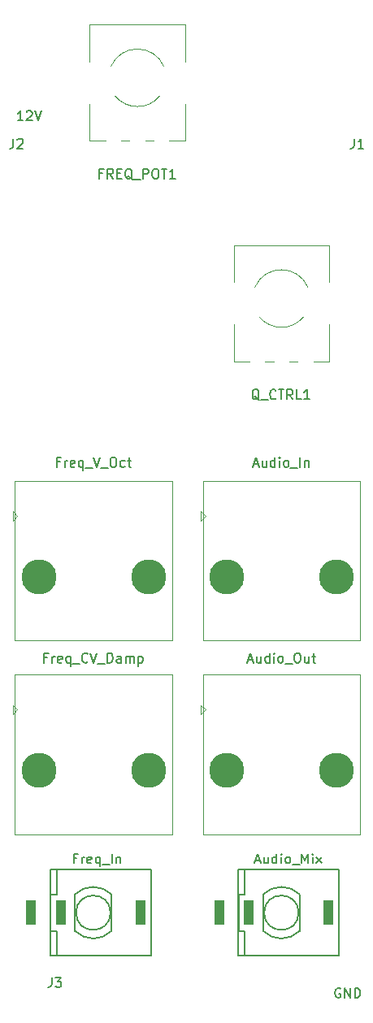
<source format=gbr>
%TF.GenerationSoftware,KiCad,Pcbnew,(6.0.11)*%
%TF.CreationDate,2023-07-06T17:32:08+01:00*%
%TF.ProjectId,Quilter_Controls,5175696c-7465-4725-9f43-6f6e74726f6c,rev?*%
%TF.SameCoordinates,Original*%
%TF.FileFunction,Legend,Top*%
%TF.FilePolarity,Positive*%
%FSLAX46Y46*%
G04 Gerber Fmt 4.6, Leading zero omitted, Abs format (unit mm)*
G04 Created by KiCad (PCBNEW (6.0.11)) date 2023-07-06 17:32:09*
%MOMM*%
%LPD*%
G01*
G04 APERTURE LIST*
%ADD10C,0.150000*%
%ADD11C,0.200000*%
%ADD12C,0.120000*%
%ADD13R,1.000000X2.500000*%
%ADD14C,3.650000*%
G04 APERTURE END LIST*
D10*
X56066666Y-147352380D02*
X56066666Y-148066666D01*
X56019047Y-148209523D01*
X55923809Y-148304761D01*
X55780952Y-148352380D01*
X55685714Y-148352380D01*
X56447619Y-147352380D02*
X57066666Y-147352380D01*
X56733333Y-147733333D01*
X56876190Y-147733333D01*
X56971428Y-147780952D01*
X57019047Y-147828571D01*
X57066666Y-147923809D01*
X57066666Y-148161904D01*
X57019047Y-148257142D01*
X56971428Y-148304761D01*
X56876190Y-148352380D01*
X56590476Y-148352380D01*
X56495238Y-148304761D01*
X56447619Y-148257142D01*
X52066666Y-59952380D02*
X52066666Y-60666666D01*
X52019047Y-60809523D01*
X51923809Y-60904761D01*
X51780952Y-60952380D01*
X51685714Y-60952380D01*
X52495238Y-60047619D02*
X52542857Y-60000000D01*
X52638095Y-59952380D01*
X52876190Y-59952380D01*
X52971428Y-60000000D01*
X53019047Y-60047619D01*
X53066666Y-60142857D01*
X53066666Y-60238095D01*
X53019047Y-60380952D01*
X52447619Y-60952380D01*
X53066666Y-60952380D01*
D11*
X86138095Y-148500000D02*
X86042857Y-148452380D01*
X85900000Y-148452380D01*
X85757142Y-148500000D01*
X85661904Y-148595238D01*
X85614285Y-148690476D01*
X85566666Y-148880952D01*
X85566666Y-149023809D01*
X85614285Y-149214285D01*
X85661904Y-149309523D01*
X85757142Y-149404761D01*
X85900000Y-149452380D01*
X85995238Y-149452380D01*
X86138095Y-149404761D01*
X86185714Y-149357142D01*
X86185714Y-149023809D01*
X85995238Y-149023809D01*
X86614285Y-149452380D02*
X86614285Y-148452380D01*
X87185714Y-149452380D01*
X87185714Y-148452380D01*
X87661904Y-149452380D02*
X87661904Y-148452380D01*
X87900000Y-148452380D01*
X88042857Y-148500000D01*
X88138095Y-148595238D01*
X88185714Y-148690476D01*
X88233333Y-148880952D01*
X88233333Y-149023809D01*
X88185714Y-149214285D01*
X88138095Y-149309523D01*
X88042857Y-149404761D01*
X87900000Y-149452380D01*
X87661904Y-149452380D01*
X53080952Y-58052380D02*
X52509523Y-58052380D01*
X52795238Y-58052380D02*
X52795238Y-57052380D01*
X52700000Y-57195238D01*
X52604761Y-57290476D01*
X52509523Y-57338095D01*
X53461904Y-57147619D02*
X53509523Y-57100000D01*
X53604761Y-57052380D01*
X53842857Y-57052380D01*
X53938095Y-57100000D01*
X53985714Y-57147619D01*
X54033333Y-57242857D01*
X54033333Y-57338095D01*
X53985714Y-57480952D01*
X53414285Y-58052380D01*
X54033333Y-58052380D01*
X54319047Y-57052380D02*
X54652380Y-58052380D01*
X54985714Y-57052380D01*
D10*
X87566666Y-59952380D02*
X87566666Y-60666666D01*
X87519047Y-60809523D01*
X87423809Y-60904761D01*
X87280952Y-60952380D01*
X87185714Y-60952380D01*
X88566666Y-60952380D02*
X87995238Y-60952380D01*
X88280952Y-60952380D02*
X88280952Y-59952380D01*
X88185714Y-60095238D01*
X88090476Y-60190476D01*
X87995238Y-60238095D01*
%TO.C,J11*%
X58680952Y-134928571D02*
X58347619Y-134928571D01*
X58347619Y-135452380D02*
X58347619Y-134452380D01*
X58823809Y-134452380D01*
X59204761Y-135452380D02*
X59204761Y-134785714D01*
X59204761Y-134976190D02*
X59252380Y-134880952D01*
X59300000Y-134833333D01*
X59395238Y-134785714D01*
X59490476Y-134785714D01*
X60204761Y-135404761D02*
X60109523Y-135452380D01*
X59919047Y-135452380D01*
X59823809Y-135404761D01*
X59776190Y-135309523D01*
X59776190Y-134928571D01*
X59823809Y-134833333D01*
X59919047Y-134785714D01*
X60109523Y-134785714D01*
X60204761Y-134833333D01*
X60252380Y-134928571D01*
X60252380Y-135023809D01*
X59776190Y-135119047D01*
X61109523Y-134785714D02*
X61109523Y-135785714D01*
X61109523Y-135404761D02*
X61014285Y-135452380D01*
X60823809Y-135452380D01*
X60728571Y-135404761D01*
X60680952Y-135357142D01*
X60633333Y-135261904D01*
X60633333Y-134976190D01*
X60680952Y-134880952D01*
X60728571Y-134833333D01*
X60823809Y-134785714D01*
X61014285Y-134785714D01*
X61109523Y-134833333D01*
X61347619Y-135547619D02*
X62109523Y-135547619D01*
X62347619Y-135452380D02*
X62347619Y-134452380D01*
X62823809Y-134785714D02*
X62823809Y-135452380D01*
X62823809Y-134880952D02*
X62871428Y-134833333D01*
X62966666Y-134785714D01*
X63109523Y-134785714D01*
X63204761Y-134833333D01*
X63252380Y-134928571D01*
X63252380Y-135452380D01*
%TO.C,Q_CTRL1*%
X77698095Y-87187619D02*
X77602857Y-87140000D01*
X77507619Y-87044761D01*
X77364761Y-86901904D01*
X77269523Y-86854285D01*
X77174285Y-86854285D01*
X77221904Y-87092380D02*
X77126666Y-87044761D01*
X77031428Y-86949523D01*
X76983809Y-86759047D01*
X76983809Y-86425714D01*
X77031428Y-86235238D01*
X77126666Y-86140000D01*
X77221904Y-86092380D01*
X77412380Y-86092380D01*
X77507619Y-86140000D01*
X77602857Y-86235238D01*
X77650476Y-86425714D01*
X77650476Y-86759047D01*
X77602857Y-86949523D01*
X77507619Y-87044761D01*
X77412380Y-87092380D01*
X77221904Y-87092380D01*
X77840952Y-87187619D02*
X78602857Y-87187619D01*
X79412380Y-86997142D02*
X79364761Y-87044761D01*
X79221904Y-87092380D01*
X79126666Y-87092380D01*
X78983809Y-87044761D01*
X78888571Y-86949523D01*
X78840952Y-86854285D01*
X78793333Y-86663809D01*
X78793333Y-86520952D01*
X78840952Y-86330476D01*
X78888571Y-86235238D01*
X78983809Y-86140000D01*
X79126666Y-86092380D01*
X79221904Y-86092380D01*
X79364761Y-86140000D01*
X79412380Y-86187619D01*
X79698095Y-86092380D02*
X80269523Y-86092380D01*
X79983809Y-87092380D02*
X79983809Y-86092380D01*
X81174285Y-87092380D02*
X80840952Y-86616190D01*
X80602857Y-87092380D02*
X80602857Y-86092380D01*
X80983809Y-86092380D01*
X81079047Y-86140000D01*
X81126666Y-86187619D01*
X81174285Y-86282857D01*
X81174285Y-86425714D01*
X81126666Y-86520952D01*
X81079047Y-86568571D01*
X80983809Y-86616190D01*
X80602857Y-86616190D01*
X82079047Y-87092380D02*
X81602857Y-87092380D01*
X81602857Y-86092380D01*
X82936190Y-87092380D02*
X82364761Y-87092380D01*
X82650476Y-87092380D02*
X82650476Y-86092380D01*
X82555238Y-86235238D01*
X82460000Y-86330476D01*
X82364761Y-86378095D01*
%TO.C,J6*%
X77271428Y-135166666D02*
X77747619Y-135166666D01*
X77176190Y-135452380D02*
X77509523Y-134452380D01*
X77842857Y-135452380D01*
X78604761Y-134785714D02*
X78604761Y-135452380D01*
X78176190Y-134785714D02*
X78176190Y-135309523D01*
X78223809Y-135404761D01*
X78319047Y-135452380D01*
X78461904Y-135452380D01*
X78557142Y-135404761D01*
X78604761Y-135357142D01*
X79509523Y-135452380D02*
X79509523Y-134452380D01*
X79509523Y-135404761D02*
X79414285Y-135452380D01*
X79223809Y-135452380D01*
X79128571Y-135404761D01*
X79080952Y-135357142D01*
X79033333Y-135261904D01*
X79033333Y-134976190D01*
X79080952Y-134880952D01*
X79128571Y-134833333D01*
X79223809Y-134785714D01*
X79414285Y-134785714D01*
X79509523Y-134833333D01*
X79985714Y-135452380D02*
X79985714Y-134785714D01*
X79985714Y-134452380D02*
X79938095Y-134500000D01*
X79985714Y-134547619D01*
X80033333Y-134500000D01*
X79985714Y-134452380D01*
X79985714Y-134547619D01*
X80604761Y-135452380D02*
X80509523Y-135404761D01*
X80461904Y-135357142D01*
X80414285Y-135261904D01*
X80414285Y-134976190D01*
X80461904Y-134880952D01*
X80509523Y-134833333D01*
X80604761Y-134785714D01*
X80747619Y-134785714D01*
X80842857Y-134833333D01*
X80890476Y-134880952D01*
X80938095Y-134976190D01*
X80938095Y-135261904D01*
X80890476Y-135357142D01*
X80842857Y-135404761D01*
X80747619Y-135452380D01*
X80604761Y-135452380D01*
X81128571Y-135547619D02*
X81890476Y-135547619D01*
X82128571Y-135452380D02*
X82128571Y-134452380D01*
X82461904Y-135166666D01*
X82795238Y-134452380D01*
X82795238Y-135452380D01*
X83271428Y-135452380D02*
X83271428Y-134785714D01*
X83271428Y-134452380D02*
X83223809Y-134500000D01*
X83271428Y-134547619D01*
X83319047Y-134500000D01*
X83271428Y-134452380D01*
X83271428Y-134547619D01*
X83652380Y-135452380D02*
X84176190Y-134785714D01*
X83652380Y-134785714D02*
X84176190Y-135452380D01*
%TO.C,J4*%
X77095238Y-93866666D02*
X77571428Y-93866666D01*
X77000000Y-94152380D02*
X77333333Y-93152380D01*
X77666666Y-94152380D01*
X78428571Y-93485714D02*
X78428571Y-94152380D01*
X78000000Y-93485714D02*
X78000000Y-94009523D01*
X78047619Y-94104761D01*
X78142857Y-94152380D01*
X78285714Y-94152380D01*
X78380952Y-94104761D01*
X78428571Y-94057142D01*
X79333333Y-94152380D02*
X79333333Y-93152380D01*
X79333333Y-94104761D02*
X79238095Y-94152380D01*
X79047619Y-94152380D01*
X78952380Y-94104761D01*
X78904761Y-94057142D01*
X78857142Y-93961904D01*
X78857142Y-93676190D01*
X78904761Y-93580952D01*
X78952380Y-93533333D01*
X79047619Y-93485714D01*
X79238095Y-93485714D01*
X79333333Y-93533333D01*
X79809523Y-94152380D02*
X79809523Y-93485714D01*
X79809523Y-93152380D02*
X79761904Y-93200000D01*
X79809523Y-93247619D01*
X79857142Y-93200000D01*
X79809523Y-93152380D01*
X79809523Y-93247619D01*
X80428571Y-94152380D02*
X80333333Y-94104761D01*
X80285714Y-94057142D01*
X80238095Y-93961904D01*
X80238095Y-93676190D01*
X80285714Y-93580952D01*
X80333333Y-93533333D01*
X80428571Y-93485714D01*
X80571428Y-93485714D01*
X80666666Y-93533333D01*
X80714285Y-93580952D01*
X80761904Y-93676190D01*
X80761904Y-93961904D01*
X80714285Y-94057142D01*
X80666666Y-94104761D01*
X80571428Y-94152380D01*
X80428571Y-94152380D01*
X80952380Y-94247619D02*
X81714285Y-94247619D01*
X81952380Y-94152380D02*
X81952380Y-93152380D01*
X82428571Y-93485714D02*
X82428571Y-94152380D01*
X82428571Y-93580952D02*
X82476190Y-93533333D01*
X82571428Y-93485714D01*
X82714285Y-93485714D01*
X82809523Y-93533333D01*
X82857142Y-93628571D01*
X82857142Y-94152380D01*
%TO.C,J5*%
X76523809Y-114266666D02*
X77000000Y-114266666D01*
X76428571Y-114552380D02*
X76761904Y-113552380D01*
X77095238Y-114552380D01*
X77857142Y-113885714D02*
X77857142Y-114552380D01*
X77428571Y-113885714D02*
X77428571Y-114409523D01*
X77476190Y-114504761D01*
X77571428Y-114552380D01*
X77714285Y-114552380D01*
X77809523Y-114504761D01*
X77857142Y-114457142D01*
X78761904Y-114552380D02*
X78761904Y-113552380D01*
X78761904Y-114504761D02*
X78666666Y-114552380D01*
X78476190Y-114552380D01*
X78380952Y-114504761D01*
X78333333Y-114457142D01*
X78285714Y-114361904D01*
X78285714Y-114076190D01*
X78333333Y-113980952D01*
X78380952Y-113933333D01*
X78476190Y-113885714D01*
X78666666Y-113885714D01*
X78761904Y-113933333D01*
X79238095Y-114552380D02*
X79238095Y-113885714D01*
X79238095Y-113552380D02*
X79190476Y-113600000D01*
X79238095Y-113647619D01*
X79285714Y-113600000D01*
X79238095Y-113552380D01*
X79238095Y-113647619D01*
X79857142Y-114552380D02*
X79761904Y-114504761D01*
X79714285Y-114457142D01*
X79666666Y-114361904D01*
X79666666Y-114076190D01*
X79714285Y-113980952D01*
X79761904Y-113933333D01*
X79857142Y-113885714D01*
X80000000Y-113885714D01*
X80095238Y-113933333D01*
X80142857Y-113980952D01*
X80190476Y-114076190D01*
X80190476Y-114361904D01*
X80142857Y-114457142D01*
X80095238Y-114504761D01*
X80000000Y-114552380D01*
X79857142Y-114552380D01*
X80380952Y-114647619D02*
X81142857Y-114647619D01*
X81571428Y-113552380D02*
X81761904Y-113552380D01*
X81857142Y-113600000D01*
X81952380Y-113695238D01*
X82000000Y-113885714D01*
X82000000Y-114219047D01*
X81952380Y-114409523D01*
X81857142Y-114504761D01*
X81761904Y-114552380D01*
X81571428Y-114552380D01*
X81476190Y-114504761D01*
X81380952Y-114409523D01*
X81333333Y-114219047D01*
X81333333Y-113885714D01*
X81380952Y-113695238D01*
X81476190Y-113600000D01*
X81571428Y-113552380D01*
X82857142Y-113885714D02*
X82857142Y-114552380D01*
X82428571Y-113885714D02*
X82428571Y-114409523D01*
X82476190Y-114504761D01*
X82571428Y-114552380D01*
X82714285Y-114552380D01*
X82809523Y-114504761D01*
X82857142Y-114457142D01*
X83190476Y-113885714D02*
X83571428Y-113885714D01*
X83333333Y-113552380D02*
X83333333Y-114409523D01*
X83380952Y-114504761D01*
X83476190Y-114552380D01*
X83571428Y-114552380D01*
%TO.C,J8*%
X55590476Y-114028571D02*
X55257142Y-114028571D01*
X55257142Y-114552380D02*
X55257142Y-113552380D01*
X55733333Y-113552380D01*
X56114285Y-114552380D02*
X56114285Y-113885714D01*
X56114285Y-114076190D02*
X56161904Y-113980952D01*
X56209523Y-113933333D01*
X56304761Y-113885714D01*
X56400000Y-113885714D01*
X57114285Y-114504761D02*
X57019047Y-114552380D01*
X56828571Y-114552380D01*
X56733333Y-114504761D01*
X56685714Y-114409523D01*
X56685714Y-114028571D01*
X56733333Y-113933333D01*
X56828571Y-113885714D01*
X57019047Y-113885714D01*
X57114285Y-113933333D01*
X57161904Y-114028571D01*
X57161904Y-114123809D01*
X56685714Y-114219047D01*
X58019047Y-113885714D02*
X58019047Y-114885714D01*
X58019047Y-114504761D02*
X57923809Y-114552380D01*
X57733333Y-114552380D01*
X57638095Y-114504761D01*
X57590476Y-114457142D01*
X57542857Y-114361904D01*
X57542857Y-114076190D01*
X57590476Y-113980952D01*
X57638095Y-113933333D01*
X57733333Y-113885714D01*
X57923809Y-113885714D01*
X58019047Y-113933333D01*
X58257142Y-114647619D02*
X59019047Y-114647619D01*
X59828571Y-114457142D02*
X59780952Y-114504761D01*
X59638095Y-114552380D01*
X59542857Y-114552380D01*
X59400000Y-114504761D01*
X59304761Y-114409523D01*
X59257142Y-114314285D01*
X59209523Y-114123809D01*
X59209523Y-113980952D01*
X59257142Y-113790476D01*
X59304761Y-113695238D01*
X59400000Y-113600000D01*
X59542857Y-113552380D01*
X59638095Y-113552380D01*
X59780952Y-113600000D01*
X59828571Y-113647619D01*
X60114285Y-113552380D02*
X60447619Y-114552380D01*
X60780952Y-113552380D01*
X60876190Y-114647619D02*
X61638095Y-114647619D01*
X61876190Y-114552380D02*
X61876190Y-113552380D01*
X62114285Y-113552380D01*
X62257142Y-113600000D01*
X62352380Y-113695238D01*
X62400000Y-113790476D01*
X62447619Y-113980952D01*
X62447619Y-114123809D01*
X62400000Y-114314285D01*
X62352380Y-114409523D01*
X62257142Y-114504761D01*
X62114285Y-114552380D01*
X61876190Y-114552380D01*
X63304761Y-114552380D02*
X63304761Y-114028571D01*
X63257142Y-113933333D01*
X63161904Y-113885714D01*
X62971428Y-113885714D01*
X62876190Y-113933333D01*
X63304761Y-114504761D02*
X63209523Y-114552380D01*
X62971428Y-114552380D01*
X62876190Y-114504761D01*
X62828571Y-114409523D01*
X62828571Y-114314285D01*
X62876190Y-114219047D01*
X62971428Y-114171428D01*
X63209523Y-114171428D01*
X63304761Y-114123809D01*
X63780952Y-114552380D02*
X63780952Y-113885714D01*
X63780952Y-113980952D02*
X63828571Y-113933333D01*
X63923809Y-113885714D01*
X64066666Y-113885714D01*
X64161904Y-113933333D01*
X64209523Y-114028571D01*
X64209523Y-114552380D01*
X64209523Y-114028571D02*
X64257142Y-113933333D01*
X64352380Y-113885714D01*
X64495238Y-113885714D01*
X64590476Y-113933333D01*
X64638095Y-114028571D01*
X64638095Y-114552380D01*
X65114285Y-113885714D02*
X65114285Y-114885714D01*
X65114285Y-113933333D02*
X65209523Y-113885714D01*
X65400000Y-113885714D01*
X65495238Y-113933333D01*
X65542857Y-113980952D01*
X65590476Y-114076190D01*
X65590476Y-114361904D01*
X65542857Y-114457142D01*
X65495238Y-114504761D01*
X65400000Y-114552380D01*
X65209523Y-114552380D01*
X65114285Y-114504761D01*
%TO.C,J7*%
X56923809Y-93628571D02*
X56590476Y-93628571D01*
X56590476Y-94152380D02*
X56590476Y-93152380D01*
X57066666Y-93152380D01*
X57447619Y-94152380D02*
X57447619Y-93485714D01*
X57447619Y-93676190D02*
X57495238Y-93580952D01*
X57542857Y-93533333D01*
X57638095Y-93485714D01*
X57733333Y-93485714D01*
X58447619Y-94104761D02*
X58352380Y-94152380D01*
X58161904Y-94152380D01*
X58066666Y-94104761D01*
X58019047Y-94009523D01*
X58019047Y-93628571D01*
X58066666Y-93533333D01*
X58161904Y-93485714D01*
X58352380Y-93485714D01*
X58447619Y-93533333D01*
X58495238Y-93628571D01*
X58495238Y-93723809D01*
X58019047Y-93819047D01*
X59352380Y-93485714D02*
X59352380Y-94485714D01*
X59352380Y-94104761D02*
X59257142Y-94152380D01*
X59066666Y-94152380D01*
X58971428Y-94104761D01*
X58923809Y-94057142D01*
X58876190Y-93961904D01*
X58876190Y-93676190D01*
X58923809Y-93580952D01*
X58971428Y-93533333D01*
X59066666Y-93485714D01*
X59257142Y-93485714D01*
X59352380Y-93533333D01*
X59590476Y-94247619D02*
X60352380Y-94247619D01*
X60447619Y-93152380D02*
X60780952Y-94152380D01*
X61114285Y-93152380D01*
X61209523Y-94247619D02*
X61971428Y-94247619D01*
X62400000Y-93152380D02*
X62590476Y-93152380D01*
X62685714Y-93200000D01*
X62780952Y-93295238D01*
X62828571Y-93485714D01*
X62828571Y-93819047D01*
X62780952Y-94009523D01*
X62685714Y-94104761D01*
X62590476Y-94152380D01*
X62400000Y-94152380D01*
X62304761Y-94104761D01*
X62209523Y-94009523D01*
X62161904Y-93819047D01*
X62161904Y-93485714D01*
X62209523Y-93295238D01*
X62304761Y-93200000D01*
X62400000Y-93152380D01*
X63685714Y-94104761D02*
X63590476Y-94152380D01*
X63400000Y-94152380D01*
X63304761Y-94104761D01*
X63257142Y-94057142D01*
X63209523Y-93961904D01*
X63209523Y-93676190D01*
X63257142Y-93580952D01*
X63304761Y-93533333D01*
X63400000Y-93485714D01*
X63590476Y-93485714D01*
X63685714Y-93533333D01*
X63971428Y-93485714D02*
X64352380Y-93485714D01*
X64114285Y-93152380D02*
X64114285Y-94009523D01*
X64161904Y-94104761D01*
X64257142Y-94152380D01*
X64352380Y-94152380D01*
%TO.C,FREQ_POT1*%
X61364761Y-63568571D02*
X61031428Y-63568571D01*
X61031428Y-64092380D02*
X61031428Y-63092380D01*
X61507619Y-63092380D01*
X62460000Y-64092380D02*
X62126666Y-63616190D01*
X61888571Y-64092380D02*
X61888571Y-63092380D01*
X62269523Y-63092380D01*
X62364761Y-63140000D01*
X62412380Y-63187619D01*
X62460000Y-63282857D01*
X62460000Y-63425714D01*
X62412380Y-63520952D01*
X62364761Y-63568571D01*
X62269523Y-63616190D01*
X61888571Y-63616190D01*
X62888571Y-63568571D02*
X63221904Y-63568571D01*
X63364761Y-64092380D02*
X62888571Y-64092380D01*
X62888571Y-63092380D01*
X63364761Y-63092380D01*
X64460000Y-64187619D02*
X64364761Y-64140000D01*
X64269523Y-64044761D01*
X64126666Y-63901904D01*
X64031428Y-63854285D01*
X63936190Y-63854285D01*
X63983809Y-64092380D02*
X63888571Y-64044761D01*
X63793333Y-63949523D01*
X63745714Y-63759047D01*
X63745714Y-63425714D01*
X63793333Y-63235238D01*
X63888571Y-63140000D01*
X63983809Y-63092380D01*
X64174285Y-63092380D01*
X64269523Y-63140000D01*
X64364761Y-63235238D01*
X64412380Y-63425714D01*
X64412380Y-63759047D01*
X64364761Y-63949523D01*
X64269523Y-64044761D01*
X64174285Y-64092380D01*
X63983809Y-64092380D01*
X64602857Y-64187619D02*
X65364761Y-64187619D01*
X65602857Y-64092380D02*
X65602857Y-63092380D01*
X65983809Y-63092380D01*
X66079047Y-63140000D01*
X66126666Y-63187619D01*
X66174285Y-63282857D01*
X66174285Y-63425714D01*
X66126666Y-63520952D01*
X66079047Y-63568571D01*
X65983809Y-63616190D01*
X65602857Y-63616190D01*
X66793333Y-63092380D02*
X66983809Y-63092380D01*
X67079047Y-63140000D01*
X67174285Y-63235238D01*
X67221904Y-63425714D01*
X67221904Y-63759047D01*
X67174285Y-63949523D01*
X67079047Y-64044761D01*
X66983809Y-64092380D01*
X66793333Y-64092380D01*
X66698095Y-64044761D01*
X66602857Y-63949523D01*
X66555238Y-63759047D01*
X66555238Y-63425714D01*
X66602857Y-63235238D01*
X66698095Y-63140000D01*
X66793333Y-63092380D01*
X67507619Y-63092380D02*
X68079047Y-63092380D01*
X67793333Y-64092380D02*
X67793333Y-63092380D01*
X68936190Y-64092380D02*
X68364761Y-64092380D01*
X68650476Y-64092380D02*
X68650476Y-63092380D01*
X68555238Y-63235238D01*
X68460000Y-63330476D01*
X68364761Y-63378095D01*
%TO.C,J11*%
X58495000Y-142505000D02*
X58495000Y-138695000D01*
X56590000Y-136155000D02*
X56590000Y-138695000D01*
X66400000Y-136100000D02*
X66400000Y-145100000D01*
X66400000Y-145100000D02*
X55900000Y-145100000D01*
X56590000Y-138695000D02*
X55955000Y-138695000D01*
X56590000Y-142505000D02*
X56590000Y-145045000D01*
X55900000Y-136100000D02*
X55900000Y-145100000D01*
X55955000Y-142505000D02*
X56590000Y-142505000D01*
X66400000Y-136100000D02*
X55900000Y-136100000D01*
X62305000Y-138695000D02*
X62305000Y-142505000D01*
X55955000Y-138695000D02*
X55955000Y-142505000D01*
X58495000Y-142505000D02*
G75*
G03*
X62305000Y-142505000I1905000J1905000D01*
G01*
X62305000Y-138695000D02*
G75*
G03*
X58495000Y-138695000I-1905000J-1904999D01*
G01*
X62196051Y-140600000D02*
G75*
G03*
X62196051Y-140600000I-1796051J0D01*
G01*
D12*
%TO.C,Q_CTRL1*%
X75039000Y-83160000D02*
X76675000Y-83160000D01*
X80825000Y-83160000D02*
X81675000Y-83160000D01*
X78325000Y-83160000D02*
X79175000Y-83160000D01*
X84960000Y-74905000D02*
X84960000Y-71040000D01*
X75039000Y-83160000D02*
X75039000Y-79294000D01*
X75039000Y-71040000D02*
X84960000Y-71040000D01*
X84960000Y-83160000D02*
X84960000Y-79294000D01*
X83325000Y-83160000D02*
X84960000Y-83160000D01*
X75039000Y-74905000D02*
X75039000Y-71040000D01*
X77702000Y-78528000D02*
G75*
G03*
X82297753Y-78528295I2298000J1928000D01*
G01*
X82762000Y-75427000D02*
G75*
G03*
X77237568Y-75428018I-2762000J-1173000D01*
G01*
D10*
%TO.C,J6*%
X81905000Y-138695000D02*
X81905000Y-142505000D01*
X86000000Y-136100000D02*
X75500000Y-136100000D01*
X78095000Y-142505000D02*
X78095000Y-138695000D01*
X76190000Y-136155000D02*
X76190000Y-138695000D01*
X76190000Y-142505000D02*
X76190000Y-145045000D01*
X86000000Y-136100000D02*
X86000000Y-145100000D01*
X75555000Y-138695000D02*
X75555000Y-142505000D01*
X75555000Y-142505000D02*
X76190000Y-142505000D01*
X76190000Y-138695000D02*
X75555000Y-138695000D01*
X75500000Y-136100000D02*
X75500000Y-145100000D01*
X86000000Y-145100000D02*
X75500000Y-145100000D01*
X78095000Y-142505000D02*
G75*
G03*
X81905000Y-142505000I1905000J1905000D01*
G01*
X81905000Y-138695000D02*
G75*
G03*
X78095000Y-138695000I-1905000J-1904999D01*
G01*
X81796051Y-140600000D02*
G75*
G03*
X81796051Y-140600000I-1796051J0D01*
G01*
D12*
%TO.C,J4*%
X71850000Y-95580000D02*
X71850000Y-112220000D01*
X88200000Y-95580000D02*
X88200000Y-112220000D01*
X88200000Y-95580000D02*
X71850000Y-95580000D01*
X71600000Y-99750000D02*
X72100000Y-99250000D01*
X88200000Y-112220000D02*
X71850000Y-112220000D01*
X72100000Y-99250000D02*
X71600000Y-98750000D01*
X71600000Y-98750000D02*
X71600000Y-99750000D01*
%TO.C,J5*%
X72100000Y-119450000D02*
X71600000Y-118950000D01*
X88200000Y-115780000D02*
X88200000Y-132420000D01*
X88200000Y-115780000D02*
X71850000Y-115780000D01*
X88200000Y-132420000D02*
X71850000Y-132420000D01*
X71850000Y-115780000D02*
X71850000Y-132420000D01*
X71600000Y-118950000D02*
X71600000Y-119950000D01*
X71600000Y-119950000D02*
X72100000Y-119450000D01*
%TO.C,J8*%
X52250000Y-115780000D02*
X52250000Y-132420000D01*
X52500000Y-119450000D02*
X52000000Y-118950000D01*
X52000000Y-118950000D02*
X52000000Y-119950000D01*
X68600000Y-115780000D02*
X52250000Y-115780000D01*
X52000000Y-119950000D02*
X52500000Y-119450000D01*
X68600000Y-115780000D02*
X68600000Y-132420000D01*
X68600000Y-132420000D02*
X52250000Y-132420000D01*
%TO.C,J7*%
X68600000Y-112220000D02*
X52250000Y-112220000D01*
X68600000Y-95580000D02*
X68600000Y-112220000D01*
X52000000Y-98750000D02*
X52000000Y-99750000D01*
X52250000Y-95580000D02*
X52250000Y-112220000D01*
X52500000Y-99250000D02*
X52000000Y-98750000D01*
X52000000Y-99750000D02*
X52500000Y-99250000D01*
X68600000Y-95580000D02*
X52250000Y-95580000D01*
%TO.C,FREQ_POT1*%
X60039000Y-60160000D02*
X61675000Y-60160000D01*
X60039000Y-48040000D02*
X69960000Y-48040000D01*
X60039000Y-60160000D02*
X60039000Y-56294000D01*
X68325000Y-60160000D02*
X69960000Y-60160000D01*
X65825000Y-60160000D02*
X66675000Y-60160000D01*
X63325000Y-60160000D02*
X64175000Y-60160000D01*
X69960000Y-51905000D02*
X69960000Y-48040000D01*
X69960000Y-60160000D02*
X69960000Y-56294000D01*
X60039000Y-51905000D02*
X60039000Y-48040000D01*
X67762000Y-52427000D02*
G75*
G03*
X62237568Y-52428018I-2762000J-1173000D01*
G01*
X62702000Y-55528000D02*
G75*
G03*
X67297753Y-55528295I2298000J1928000D01*
G01*
%TD*%
D13*
%TO.C,J11*%
X53920000Y-140600000D03*
X57020000Y-140600000D03*
X65320000Y-140600000D03*
%TD*%
%TO.C,J6*%
X73520000Y-140600000D03*
X76620000Y-140600000D03*
X84920000Y-140600000D03*
%TD*%
D14*
%TO.C,J4*%
X85760000Y-105600000D03*
X74330000Y-105600000D03*
%TD*%
%TO.C,J5*%
X74330000Y-125800000D03*
X85760000Y-125800000D03*
%TD*%
%TO.C,J8*%
X66160000Y-125800000D03*
X54730000Y-125800000D03*
%TD*%
%TO.C,J7*%
X54730000Y-105600000D03*
X66160000Y-105600000D03*
%TD*%
M02*

</source>
